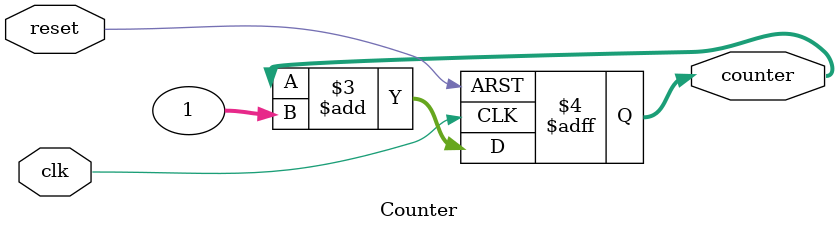
<source format=v>
`timescale 1ns/10ps

module Counter (
	input clk,
	input reset,
	output reg [31:0] counter
);

always @(posedge clk, posedge reset) begin: COUNTER_COUNTERLOGIC
    if (reset == 1) begin
			counter <= 0;
    end else begin
			counter <= counter + 1;
	 end
end

endmodule

</source>
